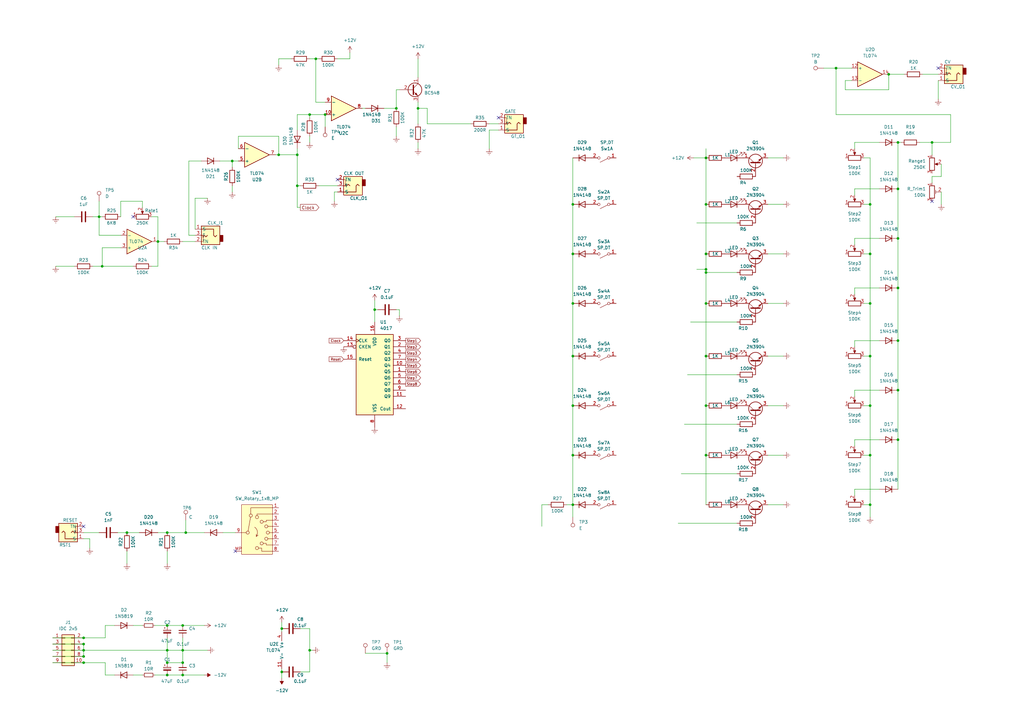
<source format=kicad_sch>
(kicad_sch (version 20230121) (generator eeschema)
  (paper "A3")
  (junction (at 368.3 160.02))
  (junction (at 234.95 186.69))
  (junction (at 74.93 256.54))
  (junction (at 289.56 166.37))
  (junction (at 356.87 104.14))
  (junction (at 115.57 275.59))
  (junction (at 289.56 64.77))
  (junction (at 121.92 63.5))
  (junction (at 289.56 124.46))
  (junction (at 356.87 124.46))
  (junction (at 234.95 104.14))
  (junction (at 234.95 207.01))
  (junction (at 162.56 44.45))
  (junction (at 356.87 83.82))
  (junction (at 368.3 97.79))
  (junction (at 234.95 146.05))
  (junction (at 34.29 264.16))
  (junction (at 289.56 146.05))
  (junction (at 158.75 267.97))
  (junction (at 121.92 76.2))
  (junction (at 356.87 146.05))
  (junction (at 356.87 186.69))
  (junction (at 76.2 218.44))
  (junction (at 289.56 186.69))
  (junction (at 289.56 83.82))
  (junction (at 368.3 139.7))
  (junction (at 68.58 256.54))
  (junction (at 356.87 207.01))
  (junction (at 127 266.7))
  (junction (at 153.67 127))
  (junction (at 356.87 166.37))
  (junction (at 68.58 218.44))
  (junction (at 52.07 218.44))
  (junction (at 368.3 77.47))
  (junction (at 68.58 271.78))
  (junction (at 127 46.99))
  (junction (at 234.95 83.82))
  (junction (at 114.3 63.5))
  (junction (at 368.3 180.34))
  (junction (at 68.58 266.7))
  (junction (at 40.64 88.9))
  (junction (at 133.35 46.99))
  (junction (at 289.56 104.14))
  (junction (at 74.93 271.78))
  (junction (at 34.29 266.7))
  (junction (at 368.3 118.11))
  (junction (at 34.29 261.62))
  (junction (at 171.45 44.45))
  (junction (at 74.93 266.7))
  (junction (at 129.54 24.13))
  (junction (at 74.93 276.86))
  (junction (at 289.56 110.49))
  (junction (at 368.3 58.42))
  (junction (at 382.27 58.42))
  (junction (at 364.49 30.48))
  (junction (at 234.95 166.37))
  (junction (at 234.95 124.46))
  (junction (at 68.58 276.86))
  (junction (at 342.9 27.94))
  (junction (at 34.29 269.24))
  (junction (at 95.25 66.04))
  (junction (at 289.56 111.76))
  (junction (at 64.77 99.06))
  (junction (at 41.91 109.22))
  (junction (at 34.29 271.78))
  (junction (at 115.57 257.81))
  (no_connect (at 382.27 82.55))
  (no_connect (at 54.61 88.9))
  (no_connect (at 96.52 226.06))
  (no_connect (at 138.43 73.66))
  (no_connect (at 34.29 215.9))
  (no_connect (at 384.81 27.94))
  (no_connect (at 204.47 48.26))
  (wire (pts (xy 157.48 44.45) (xy 162.56 44.45)))
  (wire (pts (xy 68.58 276.86) (xy 74.93 276.86)))
  (wire (pts (xy 138.43 24.13) (xy 143.51 24.13)))
  (wire (pts (xy 74.93 266.7) (xy 85.09 266.7)))
  (wire (pts (xy 386.08 78.74) (xy 386.08 83.82)))
  (wire (pts (xy 346.71 36.83) (xy 364.49 36.83)))
  (wire (pts (xy 234.95 207.01) (xy 234.95 212.09)))
  (wire (pts (xy 368.3 139.7) (xy 368.3 160.02)))
  (wire (pts (xy 41.91 109.22) (xy 54.61 109.22)))
  (wire (pts (xy 314.96 104.14) (xy 321.31 104.14)))
  (wire (pts (xy 175.26 44.45) (xy 171.45 44.45)))
  (wire (pts (xy 114.3 24.13) (xy 119.38 24.13)))
  (wire (pts (xy 389.89 46.99) (xy 389.89 58.42)))
  (wire (pts (xy 54.61 276.86) (xy 58.42 276.86)))
  (wire (pts (xy 360.68 160.02) (xy 350.52 160.02)))
  (wire (pts (xy 222.25 207.01) (xy 224.79 207.01)))
  (wire (pts (xy 68.58 218.44) (xy 76.2 218.44)))
  (wire (pts (xy 34.29 266.7) (xy 68.58 266.7)))
  (wire (pts (xy 115.57 274.32) (xy 115.57 275.59)))
  (wire (pts (xy 74.93 256.54) (xy 83.82 256.54)))
  (wire (pts (xy 48.26 218.44) (xy 52.07 218.44)))
  (wire (pts (xy 133.35 46.99) (xy 133.35 52.07)))
  (wire (pts (xy 368.3 77.47) (xy 368.3 97.79)))
  (wire (pts (xy 68.58 261.62) (xy 68.58 266.7)))
  (wire (pts (xy 49.53 88.9) (xy 49.53 82.55)))
  (wire (pts (xy 342.9 46.99) (xy 389.89 46.99)))
  (wire (pts (xy 97.79 55.88) (xy 114.3 55.88)))
  (wire (pts (xy 91.44 218.44) (xy 96.52 218.44)))
  (wire (pts (xy 49.53 82.55) (xy 58.42 82.55)))
  (wire (pts (xy 222.25 207.01) (xy 222.25 215.9)))
  (wire (pts (xy 43.18 256.54) (xy 46.99 256.54)))
  (wire (pts (xy 283.21 132.08) (xy 302.26 132.08)))
  (wire (pts (xy 200.66 53.34) (xy 200.66 60.96)))
  (wire (pts (xy 43.18 276.86) (xy 46.99 276.86)))
  (wire (pts (xy 74.93 271.78) (xy 74.93 266.7)))
  (wire (pts (xy 171.45 44.45) (xy 171.45 50.8)))
  (wire (pts (xy 350.52 200.66) (xy 350.52 203.2)))
  (wire (pts (xy 123.19 275.59) (xy 127 275.59)))
  (wire (pts (xy 90.17 66.04) (xy 95.25 66.04)))
  (wire (pts (xy 200.66 50.8) (xy 204.47 50.8)))
  (wire (pts (xy 95.25 76.2) (xy 95.25 78.74)))
  (wire (pts (xy 285.75 91.44) (xy 302.26 91.44)))
  (wire (pts (xy 158.75 267.97) (xy 158.75 271.78)))
  (wire (pts (xy 289.56 104.14) (xy 289.56 110.49)))
  (wire (pts (xy 289.56 111.76) (xy 302.26 111.76)))
  (wire (pts (xy 153.67 127) (xy 153.67 132.08)))
  (wire (pts (xy 234.95 124.46) (xy 234.95 104.14)))
  (wire (pts (xy 34.29 261.62) (xy 43.18 261.62)))
  (wire (pts (xy 342.9 46.99) (xy 342.9 27.94)))
  (wire (pts (xy 130.81 76.2) (xy 138.43 76.2)))
  (wire (pts (xy 114.3 55.88) (xy 114.3 63.5)))
  (wire (pts (xy 64.77 109.22) (xy 64.77 99.06)))
  (wire (pts (xy 377.19 58.42) (xy 382.27 58.42)))
  (wire (pts (xy 384.81 33.02) (xy 384.81 40.64)))
  (wire (pts (xy 285.75 110.49) (xy 289.56 110.49)))
  (wire (pts (xy 356.87 83.82) (xy 354.33 83.82)))
  (wire (pts (xy 76.2 213.36) (xy 76.2 218.44)))
  (wire (pts (xy 386.08 72.39) (xy 382.27 72.39)))
  (wire (pts (xy 97.79 60.96) (xy 97.79 55.88)))
  (wire (pts (xy 364.49 36.83) (xy 364.49 30.48)))
  (wire (pts (xy 38.1 109.22) (xy 41.91 109.22)))
  (wire (pts (xy 143.51 21.59) (xy 143.51 24.13)))
  (wire (pts (xy 302.26 153.67) (xy 281.94 153.67)))
  (wire (pts (xy 278.13 214.63) (xy 302.26 214.63)))
  (wire (pts (xy 121.92 85.09) (xy 121.92 76.2)))
  (wire (pts (xy 34.29 266.7) (xy 34.29 269.24)))
  (wire (pts (xy 21.59 269.24) (xy 34.29 269.24)))
  (wire (pts (xy 154.94 127) (xy 153.67 127)))
  (wire (pts (xy 43.18 261.62) (xy 43.18 256.54)))
  (wire (pts (xy 354.33 146.05) (xy 356.87 146.05)))
  (wire (pts (xy 360.68 77.47) (xy 350.52 77.47)))
  (wire (pts (xy 127 55.88) (xy 127 58.42)))
  (wire (pts (xy 85.09 81.28) (xy 80.01 81.28)))
  (wire (pts (xy 289.56 83.82) (xy 289.56 104.14)))
  (wire (pts (xy 354.33 124.46) (xy 356.87 124.46)))
  (wire (pts (xy 123.19 85.09) (xy 121.92 85.09)))
  (wire (pts (xy 356.87 64.77) (xy 354.33 64.77)))
  (wire (pts (xy 68.58 256.54) (xy 74.93 256.54)))
  (wire (pts (xy 234.95 104.14) (xy 234.95 83.82)))
  (wire (pts (xy 68.58 271.78) (xy 74.93 271.78)))
  (wire (pts (xy 360.68 139.7) (xy 350.52 139.7)))
  (wire (pts (xy 58.42 82.55) (xy 58.42 85.09)))
  (wire (pts (xy 127 257.81) (xy 127 266.7)))
  (wire (pts (xy 76.2 218.44) (xy 83.82 218.44)))
  (wire (pts (xy 34.29 220.98) (xy 36.83 220.98)))
  (wire (pts (xy 162.56 36.83) (xy 162.56 44.45)))
  (wire (pts (xy 234.95 146.05) (xy 234.95 124.46)))
  (wire (pts (xy 62.23 88.9) (xy 64.77 88.9)))
  (wire (pts (xy 36.83 220.98) (xy 36.83 224.79)))
  (wire (pts (xy 77.47 66.04) (xy 82.55 66.04)))
  (wire (pts (xy 74.93 276.86) (xy 83.82 276.86)))
  (wire (pts (xy 360.68 118.11) (xy 350.52 118.11)))
  (wire (pts (xy 175.26 50.8) (xy 175.26 44.45)))
  (wire (pts (xy 40.64 88.9) (xy 40.64 96.52)))
  (wire (pts (xy 40.64 96.52) (xy 49.53 96.52)))
  (wire (pts (xy 356.87 83.82) (xy 356.87 64.77)))
  (wire (pts (xy 368.3 58.42) (xy 368.3 77.47)))
  (wire (pts (xy 289.56 186.69) (xy 289.56 207.01)))
  (wire (pts (xy 127 24.13) (xy 129.54 24.13)))
  (wire (pts (xy 114.3 26.67) (xy 114.3 24.13)))
  (wire (pts (xy 368.3 97.79) (xy 368.3 118.11)))
  (wire (pts (xy 234.95 207.01) (xy 234.95 186.69)))
  (wire (pts (xy 148.59 44.45) (xy 149.86 44.45)))
  (wire (pts (xy 128.27 266.7) (xy 127 266.7)))
  (wire (pts (xy 64.77 218.44) (xy 68.58 218.44)))
  (wire (pts (xy 63.5 276.86) (xy 68.58 276.86)))
  (wire (pts (xy 38.1 88.9) (xy 40.64 88.9)))
  (wire (pts (xy 121.92 76.2) (xy 123.19 76.2)))
  (wire (pts (xy 21.59 264.16) (xy 34.29 264.16)))
  (wire (pts (xy 314.96 166.37) (xy 321.31 166.37)))
  (wire (pts (xy 279.4 194.31) (xy 302.26 194.31)))
  (wire (pts (xy 350.52 118.11) (xy 350.52 120.65)))
  (wire (pts (xy 21.59 266.7) (xy 34.29 266.7)))
  (wire (pts (xy 162.56 36.83) (xy 163.83 36.83)))
  (wire (pts (xy 175.26 50.8) (xy 193.04 50.8)))
  (wire (pts (xy 137.16 78.74) (xy 137.16 82.55)))
  (wire (pts (xy 171.45 58.42) (xy 171.45 60.96)))
  (wire (pts (xy 337.82 27.94) (xy 342.9 27.94)))
  (wire (pts (xy 360.68 97.79) (xy 350.52 97.79)))
  (wire (pts (xy 368.3 118.11) (xy 368.3 139.7)))
  (wire (pts (xy 121.92 46.99) (xy 127 46.99)))
  (wire (pts (xy 64.77 88.9) (xy 64.77 99.06)))
  (wire (pts (xy 127 48.26) (xy 127 46.99)))
  (wire (pts (xy 289.56 64.77) (xy 289.56 83.82)))
  (wire (pts (xy 127 46.99) (xy 133.35 46.99)))
  (wire (pts (xy 64.77 99.06) (xy 67.31 99.06)))
  (wire (pts (xy 95.25 66.04) (xy 95.25 68.58)))
  (wire (pts (xy 356.87 104.14) (xy 356.87 83.82)))
  (wire (pts (xy 63.5 256.54) (xy 68.58 256.54)))
  (wire (pts (xy 121.92 63.5) (xy 121.92 76.2)))
  (wire (pts (xy 356.87 207.01) (xy 356.87 212.09)))
  (wire (pts (xy 149.86 267.97) (xy 158.75 267.97)))
  (wire (pts (xy 162.56 127) (xy 163.83 127)))
  (wire (pts (xy 350.52 97.79) (xy 350.52 100.33)))
  (wire (pts (xy 41.91 101.6) (xy 41.91 109.22)))
  (wire (pts (xy 289.56 60.96) (xy 289.56 64.77)))
  (wire (pts (xy 349.25 33.02) (xy 346.71 33.02)))
  (wire (pts (xy 350.52 139.7) (xy 350.52 142.24)))
  (wire (pts (xy 386.08 67.31) (xy 386.08 72.39)))
  (wire (pts (xy 350.52 58.42) (xy 360.68 58.42)))
  (wire (pts (xy 129.54 41.91) (xy 133.35 41.91)))
  (wire (pts (xy 350.52 58.42) (xy 350.52 60.96)))
  (wire (pts (xy 68.58 226.06) (xy 68.58 231.14)))
  (wire (pts (xy 382.27 58.42) (xy 382.27 63.5)))
  (wire (pts (xy 49.53 101.6) (xy 41.91 101.6)))
  (wire (pts (xy 129.54 24.13) (xy 130.81 24.13)))
  (wire (pts (xy 389.89 58.42) (xy 382.27 58.42)))
  (wire (pts (xy 121.92 53.34) (xy 121.92 46.99)))
  (wire (pts (xy 34.29 264.16) (xy 34.29 266.7)))
  (wire (pts (xy 22.86 88.9) (xy 30.48 88.9)))
  (wire (pts (xy 114.3 63.5) (xy 113.03 63.5)))
  (wire (pts (xy 22.86 109.22) (xy 30.48 109.22)))
  (wire (pts (xy 127 275.59) (xy 127 266.7)))
  (wire (pts (xy 115.57 275.59) (xy 115.57 278.13)))
  (wire (pts (xy 350.52 160.02) (xy 350.52 162.56)))
  (wire (pts (xy 350.52 77.47) (xy 350.52 80.01)))
  (wire (pts (xy 80.01 81.28) (xy 80.01 93.98)))
  (wire (pts (xy 115.57 257.81) (xy 115.57 259.08)))
  (wire (pts (xy 171.45 41.91) (xy 171.45 44.45)))
  (wire (pts (xy 284.48 64.77) (xy 289.56 64.77)))
  (wire (pts (xy 356.87 124.46) (xy 356.87 104.14)))
  (wire (pts (xy 289.56 111.76) (xy 289.56 124.46)))
  (wire (pts (xy 289.56 146.05) (xy 289.56 166.37)))
  (wire (pts (xy 121.92 63.5) (xy 114.3 63.5)))
  (wire (pts (xy 354.33 207.01) (xy 356.87 207.01)))
  (wire (pts (xy 163.83 127) (xy 163.83 129.54)))
  (wire (pts (xy 68.58 266.7) (xy 68.58 271.78)))
  (wire (pts (xy 43.18 271.78) (xy 34.29 271.78)))
  (wire (pts (xy 356.87 186.69) (xy 356.87 207.01)))
  (wire (pts (xy 382.27 72.39) (xy 382.27 74.93)))
  (wire (pts (xy 368.3 160.02) (xy 368.3 180.34)))
  (wire (pts (xy 234.95 83.82) (xy 234.95 64.77)))
  (wire (pts (xy 138.43 78.74) (xy 137.16 78.74)))
  (wire (pts (xy 314.96 186.69) (xy 321.31 186.69)))
  (wire (pts (xy 40.64 82.55) (xy 40.64 88.9)))
  (wire (pts (xy 356.87 104.14) (xy 354.33 104.14)))
  (wire (pts (xy 21.59 261.62) (xy 34.29 261.62)))
  (wire (pts (xy 314.96 207.01) (xy 321.31 207.01)))
  (wire (pts (xy 80.01 96.52) (xy 77.47 96.52)))
  (wire (pts (xy 314.96 83.82) (xy 321.31 83.82)))
  (wire (pts (xy 129.54 24.13) (xy 129.54 41.91)))
  (wire (pts (xy 350.52 180.34) (xy 350.52 182.88)))
  (wire (pts (xy 280.67 173.99) (xy 302.26 173.99)))
  (wire (pts (xy 360.68 180.34) (xy 350.52 180.34)))
  (wire (pts (xy 368.3 58.42) (xy 369.57 58.42)))
  (wire (pts (xy 204.47 53.34) (xy 200.66 53.34)))
  (wire (pts (xy 234.95 166.37) (xy 234.95 146.05)))
  (wire (pts (xy 360.68 200.66) (xy 350.52 200.66)))
  (wire (pts (xy 356.87 124.46) (xy 356.87 146.05)))
  (wire (pts (xy 234.95 186.69) (xy 234.95 166.37)))
  (wire (pts (xy 52.07 218.44) (xy 57.15 218.44)))
  (wire (pts (xy 54.61 256.54) (xy 58.42 256.54)))
  (wire (pts (xy 289.56 124.46) (xy 289.56 146.05)))
  (wire (pts (xy 364.49 30.48) (xy 370.84 30.48)))
  (wire (pts (xy 34.29 218.44) (xy 40.64 218.44)))
  (wire (pts (xy 346.71 33.02) (xy 346.71 36.83)))
  (wire (pts (xy 153.67 123.19) (xy 153.67 127)))
  (wire (pts (xy 62.23 109.22) (xy 64.77 109.22)))
  (wire (pts (xy 77.47 96.52) (xy 77.47 66.04)))
  (wire (pts (xy 289.56 110.49) (xy 289.56 111.76)))
  (wire (pts (xy 115.57 255.27) (xy 115.57 257.81)))
  (wire (pts (xy 354.33 186.69) (xy 356.87 186.69)))
  (wire (pts (xy 40.64 88.9) (xy 41.91 88.9)))
  (wire (pts (xy 74.93 99.06) (xy 80.01 99.06)))
  (wire (pts (xy 314.96 124.46) (xy 321.31 124.46)))
  (wire (pts (xy 356.87 166.37) (xy 356.87 186.69)))
  (wire (pts (xy 368.3 180.34) (xy 368.3 200.66)))
  (wire (pts (xy 356.87 146.05) (xy 356.87 166.37)))
  (wire (pts (xy 121.92 60.96) (xy 121.92 63.5)))
  (wire (pts (xy 21.59 271.78) (xy 34.29 271.78)))
  (wire (pts (xy 314.96 64.77) (xy 321.31 64.77)))
  (wire (pts (xy 289.56 166.37) (xy 289.56 186.69)))
  (wire (pts (xy 43.18 276.86) (xy 43.18 271.78)))
  (wire (pts (xy 232.41 207.01) (xy 234.95 207.01)))
  (wire (pts (xy 162.56 52.07) (xy 162.56 55.88)))
  (wire (pts (xy 314.96 146.05) (xy 321.31 146.05)))
  (wire (pts (xy 171.45 24.13) (xy 171.45 31.75)))
  (wire (pts (xy 123.19 257.81) (xy 127 257.81)))
  (wire (pts (xy 74.93 261.62) (xy 74.93 266.7)))
  (wire (pts (xy 378.46 30.48) (xy 384.81 30.48)))
  (wire (pts (xy 52.07 226.06) (xy 52.07 231.14)))
  (wire (pts (xy 354.33 166.37) (xy 356.87 166.37)))
  (wire (pts (xy 342.9 27.94) (xy 349.25 27.94)))
  (wire (pts (xy 95.25 66.04) (xy 97.79 66.04)))
  (wire (pts (xy 68.58 266.7) (xy 74.93 266.7)))
  (global_label "Step7" (shape output) (at 166.37 154.94 0) (effects (font (size 1 1))) (property "Intersheetrefs" "${INTERSHEET_REFS}" (effects hide)))
  (global_label "Step3" (shape output) (at 166.37 144.78 0) (effects (font (size 1 1))) (property "Intersheetrefs" "${INTERSHEET_REFS}" (effects hide)))
  (global_label "Reset" (shape input) (at 140.97 147.32 180) (effects (font (size 1 1))) (property "Intersheetrefs" "${INTERSHEET_REFS}" (effects hide)))
  (global_label "Clock" (shape input) (at 140.97 139.7 180) (effects (font (size 1 1))) (property "Intersheetrefs" "${INTERSHEET_REFS}" (effects hide)))
  (global_label "Step5" (shape output) (at 166.37 149.86 0) (effects (font (size 1 1))) (property "Intersheetrefs" "${INTERSHEET_REFS}" (effects hide)))
  (global_label "Clock" (shape output) (at 123.19 85.09 0) (property "Intersheetrefs" "${INTERSHEET_REFS}" (effects hide)))
  (global_label "Step4" (shape output) (at 166.37 147.32 0) (effects (font (size 1 1))) (property "Intersheetrefs" "${INTERSHEET_REFS}" (effects hide)))
  (global_label "Step6" (shape output) (at 166.37 152.4 0) (effects (font (size 1 1))) (property "Intersheetrefs" "${INTERSHEET_REFS}" (effects hide)))
  (global_label "Step2" (shape output) (at 166.37 142.24 0) (effects (font (size 1 1))) (property "Intersheetrefs" "${INTERSHEET_REFS}" (effects hide)))
  (global_label "Step8" (shape output) (at 166.37 157.48 0) (effects (font (size 1 1))) (property "Intersheetrefs" "${INTERSHEET_REFS}" (effects hide)))
  (global_label "Step1" (shape output) (at 166.37 139.7 0) (effects (font (size 1 1))) (property "Intersheetrefs" "${INTERSHEET_REFS}" (effects hide)))
  (symbol (lib_id "Device:LED") (at 300.99 104.14 180) (unit 1)
    (property "Reference" "L3" (at 298.45 102.87 0))
    (property "Value" "LED" (at 300.99 101.6 0))
    (property "Footprint" "LED_THT:LED_D3.0mm" (effects hide))
  )
  (symbol (lib_id "Amplifier_Operational:TL074") (at 105.41 63.5 0) (mirror x) (unit 2)
    (property "Reference" "U2" (at 105.41 73.66 0))
    (property "Value" "TL074" (at 105.41 71.12 0))
    (property "Footprint" "Package_DIP:DIP-14_W7.62mm" (effects hide))
    (property "Datasheet" "http://www.ti.com/lit/ds/symlink/tl071.pdf" (effects hide))
  )
  (symbol (lib_id "Amplifier_Operational:TL074") (at 356.87 30.48 0) (unit 4)
    (property "Reference" "U2" (at 356.87 20.32 0))
    (property "Value" "TL074" (at 356.87 22.86 0))
    (property "Footprint" "Package_DIP:DIP-14_W7.62mm" (effects hide))
    (property "Datasheet" "http://www.ti.com/lit/ds/symlink/tl071.pdf" (effects hide))
  )
  (symbol (lib_id "Diode:1N4148") (at 364.49 77.47 180) (unit 1)
    (property "Reference" "D12" (at 364.49 71.12 0))
    (property "Value" "1N4148" (at 364.49 73.66 0))
    (property "Footprint" "Diode_THT:D_DO-35_SOD27_P2.54mm_Vertical_KathodeUp" (effects hide))
    (property "Datasheet" "https://assets.nexperia.com/documents/data-sheet/1N4148_1N4448.pdf" (effects hide))
    (property "Sim.Device" "D" (effects hide))
    (property "Sim.Pins" "1=K 2=A" (effects hide))
  )
  (symbol (lib_id "Device:R_Potentiometer") (at 350.52 186.69 90) (unit 1)
    (property "Reference" "Step7" (at 350.52 190.5 90))
    (property "Value" "100K" (at 350.52 193.04 90))
    (property "Footprint" "Potentiometer_THT:Potentiometer_Alpha_RD901F-40-00D_Single_Vertical" (effects hide))
  )
  (symbol (lib_id "Diode:1N4148") (at 364.49 58.42 180) (unit 1)
    (property "Reference" "D11" (at 364.49 52.07 0))
    (property "Value" "1N4148" (at 364.49 54.61 0))
    (property "Footprint" "Diode_THT:D_DO-35_SOD27_P2.54mm_Vertical_KathodeUp" (effects hide))
    (property "Datasheet" "https://assets.nexperia.com/documents/data-sheet/1N4148_1N4448.pdf" (effects hide))
    (property "Sim.Device" "D" (effects hide))
    (property "Sim.Pins" "1=K 2=A" (effects hide))
  )
  (symbol (lib_id "4xxx:4017") (at 153.67 152.4 0) (unit 1)
    (property "Reference" "U1" (at 155.8641 132.08 0) (effects (justify left)))
    (property "Value" "4017" (at 155.8641 134.62 0) (effects (justify left)))
    (property "Footprint" "Package_DIP:DIP-16_W7.62mm" (effects hide))
    (property "Datasheet" "http://www.intersil.com/content/dam/Intersil/documents/cd40/cd4017bms-22bms.pdf" (effects hide))
  )
  (symbol (lib_id "power:Earth") (at 140.97 142.24 0) (unit 1)
    (property "Reference" "#PWR035" (effects hide))
    (property "Value" "Earth" (effects hide))
  )
  (symbol (lib_id "Switch:SW_DPST_x2") (at 247.65 64.77 180) (unit 1)
    (property "Reference" "Sw1" (at 248.92 60.96 0))
    (property "Value" "SP,DT" (at 248.92 58.42 0))
    (property "Footprint" "My_Library:SPDT ON-ON sw" (effects hide))
  )
  (symbol (lib_id "Device:R") (at 123.19 24.13 90) (unit 1)
    (property "Reference" "R29" (at 123.19 21.59 90))
    (property "Value" "47K" (at 123.19 26.67 90))
    (property "Footprint" "Resistor_THT:R_Axial_DIN0207_L6.3mm_D2.5mm_P2.54mm_Vertical" (effects hide))
  )
  (symbol (lib_id "Diode:1N4148") (at 238.76 166.37 0) (mirror x) (unit 1)
    (property "Reference" "D24" (at 238.76 160.02 0))
    (property "Value" "1N4148" (at 238.76 162.56 0))
    (property "Footprint" "Diode_THT:D_DO-35_SOD27_P2.54mm_Vertical_KathodeUp" (effects hide))
    (property "Datasheet" "https://assets.nexperia.com/documents/data-sheet/1N4148_1N4448.pdf" (effects hide))
    (property "Sim.Device" "D" (effects hide))
    (property "Sim.Pins" "1=K 2=A" (effects hide))
  )
  (symbol (lib_id "Device:R") (at 306.07 91.44 90) (unit 1)
    (property "Reference" "R6" (at 304.8 93.98 90))
    (property "Value" "100K" (at 304.8 88.9 90))
    (property "Footprint" "Resistor_THT:R_Axial_DIN0207_L6.3mm_D2.5mm_P2.54mm_Vertical" (effects hide))
  )
  (symbol (lib_id "Device:LED") (at 300.99 207.01 180) (unit 1)
    (property "Reference" "L8" (at 298.45 205.74 0))
    (property "Value" "LED" (at 300.99 204.47 0))
    (property "Footprint" "LED_THT:LED_D3.0mm" (effects hide))
  )
  (symbol (lib_id "Device:R") (at 45.72 88.9 90) (mirror x) (unit 1)
    (property "Reference" "R25" (at 45.72 86.36 90))
    (property "Value" "6K8" (at 45.72 91.44 90))
    (property "Footprint" "Resistor_THT:R_Axial_DIN0207_L6.3mm_D2.5mm_P2.54mm_Vertical" (effects hide))
  )
  (symbol (lib_id "Device:R") (at 306.07 132.08 90) (unit 1)
    (property "Reference" "R10" (at 304.8 134.62 90))
    (property "Value" "100K" (at 306.07 129.54 90))
    (property "Footprint" "Resistor_THT:R_Axial_DIN0207_L6.3mm_D2.5mm_P2.54mm_Vertical" (effects hide))
  )
  (symbol (lib_id "Switch:SW_DPST_x2") (at 247.65 83.82 180) (unit 1)
    (property "Reference" "Sw2" (at 247.65 78.74 0))
    (property "Value" "SP,DT" (at 247.65 81.28 0))
    (property "Footprint" "My_Library:SPDT ON-ON sw" (effects hide))
  )
  (symbol (lib_id "My_Symbols:3.5mm_Switched_Mono_Jack") (at 29.21 223.52 0) (mirror x) (unit 1)
    (property "Reference" "RST1" (at 29.21 223.52 0) (effects (justify right)))
    (property "Value" "RESET" (at 31.75 213.36 0) (effects (justify right)))
    (property "Footprint" "My_Library:Connector 3.5mm Mono Switched" (effects hide))
  )
  (symbol (lib_id "Device:R") (at 34.29 109.22 90) (mirror x) (unit 1)
    (property "Reference" "R23" (at 34.29 106.68 90))
    (property "Value" "100K" (at 34.29 111.76 90))
    (property "Footprint" "Resistor_THT:R_Axial_DIN0207_L6.3mm_D2.5mm_P2.54mm_Vertical" (effects hide))
  )
  (symbol (lib_id "Diode:1N4148") (at 238.76 104.14 0) (mirror x) (unit 1)
    (property "Reference" "D27" (at 238.76 97.79 0))
    (property "Value" "1N4148" (at 238.76 100.33 0))
    (property "Footprint" "Diode_THT:D_DO-35_SOD27_P2.54mm_Vertical_KathodeUp" (effects hide))
    (property "Datasheet" "https://assets.nexperia.com/documents/data-sheet/1N4148_1N4448.pdf" (effects hide))
    (property "Sim.Device" "D" (effects hide))
    (property "Sim.Pins" "1=K 2=A" (effects hide))
  )
  (symbol (lib_id "Device:R") (at 127 76.2 90) (unit 1)
    (property "Reference" "R33" (at 127 73.66 90))
    (property "Value" "1K" (at 127 78.74 90))
    (property "Footprint" "Resistor_THT:R_Axial_DIN0207_L6.3mm_D2.5mm_P2.54mm_Vertical" (effects hide))
  )
  (symbol (lib_id "power:Earth") (at 321.31 166.37 90) (unit 1)
    (property "Reference" "#PWR010" (effects hide))
    (property "Value" "Earth" (effects hide))
  )
  (symbol (lib_id "Switch:SW_DPST_x2") (at 247.65 207.01 180) (unit 1)
    (property "Reference" "Sw8" (at 247.65 201.93 0))
    (property "Value" "SP,DT" (at 247.65 204.47 0))
    (property "Footprint" "My_Library:SPDT ON-ON sw" (effects hide))
  )
  (symbol (lib_id "power:+12V") (at 153.67 123.19 0) (unit 1)
    (property "Reference" "#PWR034" (effects hide))
    (property "Value" "+12V" (at 153.67 118.11 0))
  )
  (symbol (lib_id "Device:R") (at 306.07 173.99 90) (unit 1)
    (property "Reference" "R16" (at 304.8 176.53 90))
    (property "Value" "100K" (at 304.8 171.45 90))
    (property "Footprint" "Resistor_THT:R_Axial_DIN0207_L6.3mm_D2.5mm_P2.54mm_Vertical" (effects hide))
  )
  (symbol (lib_id "Device:R") (at 162.56 48.26 0) (unit 1)
    (property "Reference" "R31" (at 160.02 48.26 90))
    (property "Value" "100K" (at 165.1 48.26 90))
    (property "Footprint" "Resistor_THT:R_Axial_DIN0207_L6.3mm_D2.5mm_P2.54mm_Vertical" (effects hide))
  )
  (symbol (lib_id "Diode:1N4148") (at 364.49 180.34 180) (unit 1)
    (property "Reference" "D17" (at 364.49 173.99 0))
    (property "Value" "1N4148" (at 364.49 176.53 0))
    (property "Footprint" "Diode_THT:D_DO-35_SOD27_P2.54mm_Vertical_KathodeUp" (effects hide))
    (property "Datasheet" "https://assets.nexperia.com/documents/data-sheet/1N4148_1N4448.pdf" (effects hide))
    (property "Sim.Device" "D" (effects hide))
    (property "Sim.Pins" "1=K 2=A" (effects hide))
  )
  (symbol (lib_id "power:Earth") (at 321.31 207.01 90) (unit 1)
    (property "Reference" "#PWR012" (effects hide))
    (property "Value" "Earth" (effects hide))
  )
  (symbol (lib_id "Device:R_Small") (at 60.96 276.86 90) (unit 1)
    (property "Reference" "R1" (at 60.96 271.78 90))
    (property "Value" "10R" (at 60.96 274.32 90))
    (property "Footprint" "Resistor_THT:R_Axial_DIN0207_L6.3mm_D2.5mm_P2.54mm_Vertical" (effects hide))
  )
  (symbol (lib_id "Connector_Generic:Conn_02x05_Odd_Even") (at 26.67 266.7 0) (unit 1)
    (property "Reference" "J1" (at 27.94 255.27 0))
    (property "Value" "IDC 2x5" (at 27.94 257.81 0))
    (property "Footprint" "My_Library:IDC-Header_2x05_P2.54mm_Vertical" (effects hide))
  )
  (symbol (lib_id "power:Earth") (at 321.31 104.14 90) (unit 1)
    (property "Reference" "#PWR07" (effects hide))
    (property "Value" "Earth" (effects hide))
  )
  (symbol (lib_id "Device:C_Polarized_Small") (at 68.58 274.32 0) (unit 1)
    (property "Reference" "C1" (at 67.31 270.51 0) (effects (justify left)))
    (property "Value" "47uF" (at 66.04 279.4 0) (effects (justify left)))
    (property "Footprint" "Capacitor_THT:CP_Radial_D5.0mm_P2.50mm" (effects hide))
  )
  (symbol (lib_id "My_Symbols:3.5mm_Switched_Mono_Jack") (at 85.09 91.44 0) (mirror y) (unit 1)
    (property "Reference" "CLK_I1" (at 85.09 91.44 0) (effects (justify right)))
    (property "Value" "CLK IN" (at 82.55 101.6 0) (effects (justify right)))
    (property "Footprint" "My_Library:Connector 3.5mm Mono Switched" (effects hide))
  )
  (symbol (lib_id "Diode:1N4148") (at 60.96 218.44 180) (unit 1)
    (property "Reference" "D20" (at 60.96 212.09 0))
    (property "Value" "1N4148" (at 60.96 214.63 0))
    (property "Footprint" "Diode_THT:D_DO-35_SOD27_P2.54mm_Vertical_KathodeUp" (effects hide))
    (property "Datasheet" "https://assets.nexperia.com/documents/data-sheet/1N4148_1N4448.pdf" (effects hide))
    (property "Sim.Device" "D" (effects hide))
    (property "Sim.Pins" "1=K 2=A" (effects hide))
  )
  (symbol (lib_id "Diode:1N4148") (at 238.76 146.05 0) (mirror x) (unit 1)
    (property "Reference" "D25" (at 238.76 139.7 0))
    (property "Value" "1N4148" (at 238.76 142.24 0))
    (property "Footprint" "Diode_THT:D_DO-35_SOD27_P2.54mm_Vertical_KathodeUp" (effects hide))
    (property "Datasheet" "https://assets.nexperia.com/documents/data-sheet/1N4148_1N4448.pdf" (effects hide))
    (property "Sim.Device" "D" (effects hide))
    (property "Sim.Pins" "1=K 2=A" (effects hide))
  )
  (symbol (lib_id "power:Earth") (at 85.09 81.28 0) (unit 1)
    (property "Reference" "#PWR027" (effects hide))
    (property "Value" "Earth" (effects hide))
  )
  (symbol (lib_id "Device:R") (at 306.07 214.63 90) (unit 1)
    (property "Reference" "R18" (at 304.8 217.17 90))
    (property "Value" "100K" (at 306.07 212.09 90))
    (property "Footprint" "Resistor_THT:R_Axial_DIN0207_L6.3mm_D2.5mm_P2.54mm_Vertical" (effects hide))
  )
  (symbol (lib_id "Diode:1N4148") (at 50.8 256.54 180) (unit 1)
    (property "Reference" "D2" (at 50.8 250.19 0))
    (property "Value" "1N5819" (at 50.8 252.73 0))
    (property "Footprint" "Diode_THT:D_DO-35_SOD27_P2.54mm_Vertical_KathodeUp" (effects hide))
    (property "Datasheet" "https://assets.nexperia.com/documents/data-sheet/1N4148_1N4448.pdf" (effects hide))
    (property "Sim.Device" "D" (effects hide))
    (property "Sim.Pins" "1=K 2=A" (effects hide))
  )
  (symbol (lib_id "Diode:1N4148") (at 87.63 218.44 0) (unit 1)
    (property "Reference" "D19" (at 87.63 212.09 0))
    (property "Value" "1N4148" (at 87.63 214.63 0))
    (property "Footprint" "Diode_THT:D_DO-35_SOD27_P2.54mm_Vertical_KathodeUp" (effects hide))
    (property "Datasheet" "https://assets.nexperia.com/documents/data-sheet/1N4148_1N4448.pdf" (effects hide))
    (property "Sim.Device" "D" (effects hide))
    (property "Sim.Pins" "1=K 2=A" (effects hide))
  )
  (symbol (lib_id "power:+12V") (at 115.57 255.27 0) (unit 1)
    (property "Reference" "#PWR031" (effects hide))
    (property "Value" "+12V" (at 115.57 250.19 0))
  )
  (symbol (lib_id "Device:R") (at 373.38 58.42 90) (unit 1)
    (property "Reference" "R19" (at 373.38 52.07 90))
    (property "Value" "68K" (at 373.38 54.61 90))
    (property "Footprint" "Resistor_THT:R_Axial_DIN0207_L6.3mm_D2.5mm_P2.54mm_Vertical" (effects hide))
  )
  (symbol (lib_id "power:+12V") (at 143.51 21.59 0) (unit 1)
    (property "Reference" "#PWR021" (effects hide))
    (property "Value" "+12V" (at 143.51 16.51 0))
  )
  (symbol (lib_id "My_Symbols:3.5mm_Switched_Mono_Jack") (at 143.51 81.28 180) (unit 1)
    (property "Reference" "CLK_O1" (at 143.51 81.28 0) (effects (justify right)))
    (property "Value" "CLK OUT" (at 140.97 71.12 0) (effects (justify right)))
    (property "Footprint" "My_Library:Connector 3.5mm Mono Switched" (effects hide))
  )
  (symbol (lib_id "Device:R") (at 293.37 166.37 90) (unit 1)
    (property "Reference" "R12" (effects hide))
    (property "Value" "1K" (at 293.37 166.37 90))
    (property "Footprint" "Resistor_THT:R_Axial_DIN0207_L6.3mm_D2.5mm_P2.54mm_Vertical" (effects hide))
  )
  (symbol (lib_id "power:Earth") (at 321.31 83.82 90) (unit 1)
    (property "Reference" "#PWR06" (effects hide))
    (property "Value" "Earth" (effects hide))
  )
  (symbol (lib_id "Switch:SW_DPST_x2") (at 247.65 166.37 180) (unit 1)
    (property "Reference" "Sw6" (at 247.65 161.29 0))
    (property "Value" "SP,DT" (at 247.65 163.83 0))
    (property "Footprint" "My_Library:SPDT ON-ON sw" (effects hide))
  )
  (symbol (lib_id "Device:LED") (at 300.99 64.77 180) (unit 1)
    (property "Reference" "L1" (at 298.45 63.5 0))
    (property "Value" "LED" (at 300.99 62.23 0))
    (property "Footprint" "LED_THT:LED_D3.0mm" (effects hide))
  )
  (symbol (lib_id "Device:LED") (at 300.99 146.05 180) (unit 1)
    (property "Reference" "L5" (at 298.45 144.78 0))
    (property "Value" "LED" (at 300.99 143.51 0))
    (property "Footprint" "LED_THT:LED_D3.0mm" (effects hide))
  )
  (symbol (lib_id "power:Earth") (at 85.09 266.7 90) (unit 1)
    (property "Reference" "#PWR03" (effects hide))
    (property "Value" "Earth" (effects hide))
  )
  (symbol (lib_id "Device:R") (at 95.25 72.39 0) (unit 1)
    (property "Reference" "R26" (at 92.71 72.39 90))
    (property "Value" "100K" (at 97.79 72.39 90))
    (property "Footprint" "Resistor_THT:R_Axial_DIN0207_L6.3mm_D2.5mm_P2.54mm_Vertical" (effects hide))
  )
  (symbol (lib_id "power:Earth") (at 200.66 60.96 0) (unit 1)
    (property "Reference" "#PWR028" (effects hide))
    (property "Value" "Earth" (effects hide))
  )
  (symbol (lib_id "power:Earth") (at 321.31 64.77 90) (unit 1)
    (property "Reference" "#PWR05" (effects hide))
    (property "Value" "Earth" (effects hide))
  )
  (symbol (lib_id "power:Earth") (at 386.08 83.82 0) (unit 1)
    (property "Reference" "#PWR014" (effects hide))
    (property "Value" "Earth" (effects hide))
  )
  (symbol (lib_id "Diode:1N4148") (at 238.76 186.69 0) (mirror x) (unit 1)
    (property "Reference" "D23" (at 238.76 180.34 0))
    (property "Value" "1N4148" (at 238.76 182.88 0))
    (property "Footprint" "Diode_THT:D_DO-35_SOD27_P2.54mm_Vertical_KathodeUp" (effects hide))
    (property "Datasheet" "https://assets.nexperia.com/documents/data-sheet/1N4148_1N4448.pdf" (effects hide))
    (property "Sim.Device" "D" (effects hide))
    (property "Sim.Pins" "1=K 2=A" (effects hide))
  )
  (symbol (lib_id "power:Earth") (at 36.83 224.79 0) (unit 1)
    (property "Reference" "#PWR032" (effects hide))
    (property "Value" "Earth" (effects hide))
  )
  (symbol (lib_id "Device:C_Polarized_Small") (at 68.58 259.08 0) (unit 1)
    (property "Reference" "C2" (at 67.31 255.27 0) (effects (justify left)))
    (property "Value" "47uF" (at 66.04 262.89 0) (effects (justify left)))
    (property "Footprint" "Capacitor_THT:CP_Radial_D5.0mm_P2.50mm" (effects hide))
  )
  (symbol (lib_id "Transistor_BJT:BC548") (at 309.88 148.59 90) (unit 1)
    (property "Reference" "Q5" (at 309.88 139.7 90))
    (property "Value" "2N3904" (at 309.88 142.24 90))
    (property "Footprint" "Package_TO_SOT_THT:TO-92_Inline" (effects hide))
    (property "Datasheet" "https://www.onsemi.com/pub/Collateral/BC550-D.pdf" (effects hide))
  )
  (symbol (lib_id "power:Earth") (at 356.87 212.09 0) (unit 1)
    (property "Reference" "#PWR013" (effects hide))
    (property "Value" "Earth" (effects hide))
  )
  (symbol (lib_id "Connector:TestPoint") (at 40.64 82.55 0) (unit 1)
    (property "Reference" "TP5" (at 43.18 77.978 0) (effects (justify left)))
    (property "Value" "D" (at 43.18 80.518 0) (effects (justify left)))
    (property "Footprint" "TestPoint:TestPoint_Pad_D1.5mm" (effects hide))
  )
  (symbol (lib_id "Diode:1N4148") (at 238.76 64.77 0) (mirror x) (unit 1)
    (property "Reference" "D29" (at 238.76 58.42 0))
    (property "Value" "1N4148" (at 238.76 60.96 0))
    (property "Footprint" "Diode_THT:D_DO-35_SOD27_P2.54mm_Vertical_KathodeUp" (effects hide))
    (property "Datasheet" "https://assets.nexperia.com/documents/data-sheet/1N4148_1N4448.pdf" (effects hide))
    (property "Sim.Device" "D" (effects hide))
    (property "Sim.Pins" "1=K 2=A" (effects hide))
  )
  (symbol (lib_id "Diode:1N4148") (at 238.76 207.01 0) (mirror x) (unit 1)
    (property "Reference" "D22" (at 238.76 200.66 0))
    (property "Value" "1N4148" (at 238.76 203.2 0))
    (property "Footprint" "Diode_THT:D_DO-35_SOD27_P2.54mm_Vertical_KathodeUp" (effects hide))
    (property "Datasheet" "https://assets.nexperia.com/documents/data-sheet/1N4148_1N4448.pdf" (effects hide))
    (property "Sim.Device" "D" (effects hide))
    (property "Sim.Pins" "1=K 2=A" (effects hide))
  )
  (symbol (lib_id "Device:R") (at 71.12 99.06 90) (unit 1)
    (property "Reference" "R34" (at 71.12 101.6 90))
    (property "Value" "1K" (at 71.12 96.52 90))
    (property "Footprint" "Resistor_THT:R_Axial_DIN0207_L6.3mm_D2.5mm_P7.62mm_Horizontal" (effects hide))
  )
  (symbol (lib_id "Transistor_BJT:BC548") (at 309.88 86.36 90) (unit 1)
    (property "Reference" "Q2" (at 309.88 77.47 90))
    (property "Value" "2N3904" (at 309.88 80.01 90))
    (property "Footprint" "Package_TO_SOT_THT:TO-92_Inline" (effects hide))
    (property "Datasheet" "https://www.onsemi.com/pub/Collateral/BC550-D.pdf" (effects hide))
  )
  (symbol (lib_id "My_Symbols:3.5mm_Switched_Mono_Jack") (at 389.89 35.56 180) (unit 1)
    (property "Reference" "CV_O1" (at 389.89 35.56 0) (effects (justify right)))
    (property "Value" "CV" (at 387.35 25.4 0) (effects (justify right)))
    (property "Footprint" "My_Library:Connector 3.5mm Mono Switched" (effects hide))
  )
  (symbol (lib_id "Diode:1N4148") (at 364.49 97.79 180) (unit 1)
    (property "Reference" "D13" (at 364.49 91.44 0))
    (property "Value" "1N4148" (at 364.49 93.98 0))
    (property "Footprint" "Diode_THT:D_DO-35_SOD27_P2.54mm_Vertical_KathodeUp" (effects hide))
    (property "Datasheet" "https://assets.nexperia.com/documents/data-sheet/1N4148_1N4448.pdf" (effects hide))
    (property "Sim.Device" "D" (effects hide))
    (property "Sim.Pins" "1=K 2=A" (effects hide))
  )
  (symbol (lib_id "power:Earth") (at 128.27 266.7 90) (unit 1)
    (property "Reference" "#PWR036" (effects hide))
    (property "Value" "Earth" (effects hide))
  )
  (symbol (lib_id "Switch:SW_Rotary_1x8_MP") (at 106.68 218.44 0) (unit 1)
    (property "Reference" "SW1" (at 105.41 201.93 0))
    (property "Value" "SW_Rotary_1x8_MP" (at 105.41 204.47 0))
    (property "Footprint" "My_Library:Rotary Switch, 1 Pole, 8 Positions" (effects hide))
  )
  (symbol (lib_id "power:Earth") (at 321.31 146.05 90) (unit 1)
    (property "Reference" "#PWR09" (effects hide))
    (property "Value" "Earth" (effects hide))
  )
  (symbol (lib_id "Switch:SW_DPST_x2") (at 247.65 124.46 180) (unit 1)
    (property "Reference" "Sw4" (at 247.65 119.38 0))
    (property "Value" "SP,DT" (at 247.65 121.92 0))
    (property "Footprint" "My_Library:SPDT ON-ON sw" (effects hide))
  )
  (symbol (lib_id "Device:R_Potentiometer") (at 350.52 104.14 90) (unit 1)
    (property "Reference" "Step3" (at 350.52 107.95 90))
    (property "Value" "100K" (at 350.52 110.49 90))
    (property "Footprint" "Potentiometer_THT:Potentiometer_Alpha_RD901F-40-00D_Single_Vertical" (effects hide))
  )
  (symbol (lib_id "Device:R") (at 306.07 194.31 90) (unit 1)
    (property "Reference" "R17" (at 304.8 196.85 90))
    (property "Value" "100K" (at 304.8 191.77 90))
    (property "Footprint" "Resistor_THT:R_Axial_DIN0207_L6.3mm_D2.5mm_P2.54mm_Vertical" (effects hide))
  )
  (symbol (lib_id "Device:C") (at 119.38 257.81 90) (unit 1)
    (property "Reference" "C8" (at 123.19 254 90))
    (property "Value" "0.1uF" (at 123.19 256.54 90))
    (property "Footprint" "Capacitor_THT:C_Disc_D4.7mm_W2.5mm_P5.00mm" (effects hide))
  )
  (symbol (lib_id "Device:R") (at 306.07 111.76 90) (unit 1)
    (property "Reference" "R9" (at 304.8 114.3 90))
    (property "Value" "100K" (at 306.07 109.22 90))
    (property "Footprint" "Resistor_THT:R_Axial_DIN0207_L6.3mm_D2.5mm_P2.54mm_Vertical" (effects hide))
  )
  (symbol (lib_id "Transistor_BJT:BC548") (at 309.88 168.91 90) (unit 1)
    (property "Reference" "Q6" (at 309.88 160.02 90))
    (property "Value" "2N3904" (at 309.88 162.56 90))
    (property "Footprint" "Package_TO_SOT_THT:TO-92_Inline" (effects hide))
    (property "Datasheet" "https://www.onsemi.com/pub/Collateral/BC550-D.pdf" (effects hide))
  )
  (symbol (lib_id "Device:R_Potentiometer_Trim") (at 382.27 78.74 0) (unit 1)
    (property "Reference" "R_Trim1" (at 379.73 77.47 0) (effects (justify right)))
    (property "Value" "100k" (at 379.73 80.01 0) (effects (justify right)))
    (property "Footprint" "Potentiometer_THT:Potentiometer_Bourns_3296W_Vertical" (effects hide))
  )
  (symbol (lib_id "Device:R") (at 306.07 72.39 90) (unit 1)
    (property "Reference" "R4" (at 304.8 74.93 90))
    (property "Value" "100K" (at 306.07 69.85 90))
    (property "Footprint" "Resistor_THT:R_Axial_DIN0207_L6.3mm_D2.5mm_P2.54mm_Vertical" (effects hide))
  )
  (symbol (lib_id "power:Earth") (at 162.56 55.88 0) (unit 1)
    (property "Reference" "#PWR022" (effects hide))
    (property "Value" "Earth" (effects hide))
  )
  (symbol (lib_id "Device:R") (at 68.58 222.25 180) (unit 1)
    (property "Reference" "R21" (at 66.04 222.25 90))
    (property "Value" "100K" (at 71.12 222.25 90))
    (property "Footprint" "Resistor_THT:R_Axial_DIN0207_L6.3mm_D2.5mm_P2.54mm_Vertical" (effects hide))
  )
  (symbol (lib_id "power:Earth") (at 137.16 82.55 0) (unit 1)
    (property "Reference" "#PWR026" (effects hide))
    (property "Value" "Earth" (effects hide))
  )
  (symbol (lib_id "power:Earth") (at 321.31 124.46 90) (unit 1)
    (property "Reference" "#PWR08" (effects hide))
    (property "Value" "Earth" (effects hide))
  )
  (symbol (lib_id "Device:C") (at 158.75 127 90) (unit 1)
    (property "Reference" "C7" (at 158.75 119.38 90))
    (property "Value" "0.1uF" (at 158.75 121.92 90))
    (property "Footprint" "Capacitor_THT:C_Disc_D4.7mm_W2.5mm_P5.00mm" (effects hide))
  )
  (symbol (lib_id "Device:R_Potentiometer") (at 350.52 124.46 90) (unit 1)
    (property "Reference" "Step4" (at 350.52 128.27 90))
    (property "Value" "100K" (at 350.52 130.81 90))
    (property "Footprint" "Potentiometer_THT:Potentiometer_Alpha_RD901F-40-00D_Single_Vertical" (effects hide))
  )
  (symbol (lib_id "Transistor_BJT:BC548") (at 168.91 36.83 0) (unit 1)
    (property "Reference" "Q9" (at 173.99 35.56 0) (effects (justify left)))
    (property "Value" "BC548" (at 173.99 38.1 0) (effects (justify left)))
    (property "Footprint" "Package_TO_SOT_THT:TO-92_Inline" (effects hide))
    (property "Datasheet" "https://www.onsemi.com/pub/Collateral/BC550-D.pdf" (effects hide))
  )
  (symbol (lib_id "Device:R") (at 293.37 64.77 90) (unit 1)
    (property "Reference" "R3" (effects hide))
    (property "Value" "1K" (at 293.37 64.77 90))
    (property "Footprint" "Resistor_THT:R_Axial_DIN0207_L6.3mm_D2.5mm_P2.54mm_Vertical" (effects hide))
  )
  (symbol (lib_id "power:Earth") (at 153.67 175.26 0) (unit 1)
    (property "Reference" "#PWR033" (effects hide))
    (property "Value" "Earth" (effects hide))
  )
  (symbol (lib_id "Connector:TestPoint") (at 337.82 27.94 90) (unit 1)
    (property "Reference" "TP2" (at 334.518 22.86 90))
    (property "Value" "B" (at 334.518 25.4 90))
    (property "Footprint" "TestPoint:TestPoint_Pad_D1.5mm" (effects hide))
  )
  (symbol (lib_id "Device:R") (at 127 52.07 0) (unit 1)
    (property "Reference" "R28" (at 124.46 52.07 90))
    (property "Value" "100K" (at 129.54 52.07 90))
    (property "Footprint" "Resistor_THT:R_Axial_DIN0207_L6.3mm_D2.5mm_P2.54mm_Vertical" (effects hide))
  )
  (symbol (lib_id "Transistor_BJT:BC548") (at 309.88 127 90) (unit 1)
    (property "Reference" "Q4" (at 309.88 118.11 90))
    (property "Value" "2N3904" (at 309.88 120.65 90))
    (property "Footprint" "Package_TO_SOT_THT:TO-92_Inline" (effects hide))
    (property "Datasheet" "https://www.onsemi.com/pub/Collateral/BC550-D.pdf" (effects hide))
  )
  (symbol (lib_id "Device:LED") (at 300.99 186.69 180) (unit 1)
    (property "Reference" "L7" (at 298.45 185.42 0))
    (property "Value" "LED" (at 300.99 184.15 0))
    (property "Footprint" "LED_THT:LED_D3.0mm" (effects hide))
  )
  (symbol (lib_id "Device:R") (at 293.37 146.05 90) (unit 1)
    (property "Reference" "R11" (effects hide))
    (property "Value" "1K" (at 293.37 146.05 90))
    (property "Footprint" "Resistor_THT:R_Axial_DIN0207_L6.3mm_D2.5mm_P2.54mm_Vertical" (effects hide))
  )
  (symbol (lib_id "Device:R_Potentiometer") (at 382.27 67.31 0) (unit 1)
    (property "Reference" "Range1" (at 379.73 66.04 0) (effects (justify right)))
    (property "Value" "250K" (at 379.73 68.58 0) (effects (justify right)))
    (property "Footprint" "Potentiometer_THT:Potentiometer_Alpha_RD901F-40-00D_Single_Vertical" (effects hide))
  )
  (symbol (lib_id "power:Earth") (at 22.86 88.9 0) (unit 1)
    (property "Reference" "#PWR017" (effects hide))
    (property "Value" "Earth" (effects hide))
  )
  (symbol (lib_id "Device:R") (at 293.37 83.82 90) (unit 1)
    (property "Reference" "R5" (effects hide))
    (property "Value" "1K" (at 293.37 83.82 90))
    (property "Footprint" "Resistor_THT:R_Axial_DIN0207_L6.3mm_D2.5mm_P2.54mm_Vertical" (effects hide))
  )
  (symbol (lib_id "Transistor_BJT:BC548") (at 309.88 67.31 90) (unit 1)
    (property "Reference" "Q1" (at 309.88 58.42 90))
    (property "Value" "2N3904" (at 309.88 60.96 90))
    (property "Footprint" "Package_TO_SOT_THT:TO-92_Inline" (effects hide))
    (property "Datasheet" "https://www.onsemi.com/pub/Collateral/BC550-D.pdf" (effects hide))
  )
  (symbol (lib_id "Device:R") (at 171.45 54.61 180) (unit 1)
    (property "Reference" "R32" (at 168.91 54.61 90))
    (property "Value" "47K" (at 173.99 54.61 90))
    (property "Footprint" "Resistor_THT:R_Axial_DIN0207_L6.3mm_D2.5mm_P2.54mm_Vertical" (effects hide))
  )
  (symbol (lib_id "power:Earth") (at 52.07 231.14 0) (unit 1)
    (property "Reference" "#PWR015" (effects hide))
    (property "Value" "Earth" (effects hide))
  )
  (symbol (lib_id "Device:C") (at 44.45 218.44 90) (unit 1)
    (property "Reference" "C5" (at 44.45 210.82 90))
    (property "Value" "1nF" (at 44.45 213.36 90))
    (property "Footprint" "Capacitor_THT:C_Disc_D4.3mm_W1.9mm_P5.00mm" (effects hide))
  )
  (symbol (lib_id "Connector:TestPoint") (at 149.86 267.97 0) (unit 1)
    (property "Reference" "TP7" (at 152.4 263.398 0) (effects (justify left)))
    (property "Value" "GRD" (at 152.4 265.938 0) (effects (justify left)))
    (property "Footprint" "TestPoint:TestPoint_Pad_1.5x1.5mm" (effects hide))
  )
  (symbol (lib_id "Device:R_Potentiometer") (at 350.52 207.01 90) (unit 1)
    (property "Reference" "Step8" (at 350.52 210.82 90))
    (property "Value" "100K" (at 350.52 213.36 90))
    (property "Footprint" "Potentiometer_THT:Potentiometer_Alpha_RD901F-40-00D_Single_Vertical" (effects hide))
  )
  (symbol (lib_id "Device:C_Small") (at 74.93 274.32 180) (unit 1)
    (property "Reference" "C3" (at 77.47 273.0436 0) (effects (justify right)))
    (property "Value" "0.1uF" (at 72.39 279.4 0) (effects (justify right)))
    (property "Footprint" "Capacitor_THT:C_Disc_D6.0mm_W2.5mm_P5.00mm" (effects hide))
  )
  (symbol (lib_id "Amplifier_Operational:TL074") (at 118.11 266.7 0) (unit 5)
    (property "Reference" "U2" (at 110.49 264.16 0) (effects (justify left)))
    (property "Value" "TL074" (at 109.22 266.7 0) (effects (justify left)))
    (property "Footprint" "Package_DIP:DIP-14_W7.62mm" (effects hide))
    (property "Datasheet" "http://www.ti.com/lit/ds/symlink/tl071.pdf" (effects hide))
  )
  (symbol (lib_id "Device:LED") (at 300.99 124.46 180) (unit 1)
    (property "Reference" "L4" (at 298.45 123.19 0))
    (property "Value" "LED" (at 300.99 121.92 0))
    (property "Footprint" "LED_THT:LED_D3.0mm" (effects hide))
  )
  (symbol (lib_id "Diode:1N4148") (at 238.76 83.82 0) (mirror x) (unit 1)
    (property "Reference" "D28" (at 238.76 77.47 0))
    (property "Value" "1N4148" (at 238.76 80.01 0))
    (property "Footprint" "Diode_THT:D_DO-35_SOD27_P2.54mm_Vertical_KathodeUp" (effects hide))
    (property "Datasheet" "https://assets.nexperia.com/documents/data-sheet/1N4148_1N4448.pdf" (effects hide))
    (property "Sim.Device" "D" (effects hide))
    (property "Sim.Pins" "1=K 2=A" (effects hide))
  )
  (symbol (lib_id "Device:R_Potentiometer") (at 350.52 64.77 90) (unit 1)
    (property "Reference" "Step1" (at 350.52 68.58 90))
    (property "Value" "100K" (at 350.52 71.12 90))
    (property "Footprint" "Potentiometer_THT:Potentiometer_Alpha_RD901F-40-00D_Single_Vertical" (effects hide))
  )
  (symbol (lib_id "Transistor_BJT:BC548") (at 309.88 189.23 90) (unit 1)
    (property "Reference" "Q7" (at 309.88 180.34 90))
    (property "Value" "2N3904" (at 309.88 182.88 90))
    (property "Footprint" "Package_TO_SOT_THT:TO-92_Inline" (effects hide))
    (property "Datasheet" "https://www.onsemi.com/pub/Collateral/BC550-D.pdf" (effects hide))
  )
  (symbol (lib_id "Connector:TestPoint") (at 76.2 213.36 0) (unit 1)
    (property "Reference" "TP6" (at 74.93 208.28 0) (effects (justify left)))
    (property "Value" "C" (at 77.47 212.09 0) (effects (justify left)))
    (property "Footprint" "TestPoint:TestPoint_Loop_D1.80mm_Drill1.0mm_Beaded" (effects hide))
  )
  (symbol (lib_id "power:Earth") (at 163.83 129.54 0) (unit 1)
    (property "Reference" "#PWR037" (effects hide))
    (property "Value" "Earth" (effects hide))
  )
  (symbol (lib_id "Device:R") (at 134.62 24.13 90) (unit 1)
    (property "Reference" "R30" (at 134.62 21.59 90))
    (property "Value" "100K" (at 134.62 26.67 90))
    (property "Footprint" "Resistor_THT:R_Axial_DIN0207_L6.3mm_D2.5mm_P2.54mm_Vertical" (effects hide))
  )
  (symbol (lib_id "Device:R") (at 306.07 153.67 90) (unit 1)
    (property "Reference" "R15" (at 304.8 156.21 90))
    (property "Value" "100K" (at 306.07 151.13 90))
    (property "Footprint" "Resistor_THT:R_Axial_DIN0207_L6.3mm_D2.5mm_P2.54mm_Vertical" (effects hide))
  )
  (symbol (lib_id "Device:R") (at 196.85 50.8 90) (unit 1)
    (property "Reference" "R35" (at 196.85 48.26 90))
    (property "Value" "200R" (at 196.85 53.34 90))
    (property "Footprint" "Resistor_THT:R_Axial_DIN0207_L6.3mm_D2.5mm_P2.54mm_Vertical" (effects hide))
  )
  (symbol (lib_id "power:Earth") (at 171.45 60.96 0) (unit 1)
    (property "Reference" "#PWR023" (effects hide))
    (property "Value" "Earth" (effects hide))
  )
  (symbol (lib_id "Diode:1N4148") (at 86.36 66.04 0) (mirror y) (unit 1)
    (property "Reference" "D21" (at 86.36 72.39 0))
    (property "Value" "1N4148" (at 86.36 69.85 0))
    (property "Footprint" "Diode_THT:D_DO-35_SOD27_P2.54mm_Vertical_KathodeUp" (effects hide))
    (property "Datasheet" "https://assets.nexperia.com/documents/data-sheet/1N4148_1N4448.pdf" (effects hide))
    (property "Sim.Device" "D" (effects hide))
    (property "Sim.Pins" "1=K 2=A" (effects hide))
  )
  (symbol (lib_id "Diode:1N4148") (at 121.92 57.15 270) (mirror x) (unit 1)
    (property "Reference" "D30" (at 116.84 59.69 0) (effects (justify left)))
    (property "Value" "1N4148" (at 119.38 59.69 0) (effects (justify left)))
    (property "Footprint" "Diode_THT:D_DO-35_SOD27_P2.54mm_Vertical_KathodeUp" (effects hide))
    (property "Datasheet" "https://assets.nexperia.com/documents/data-sheet/1N4148_1N4448.pdf" (effects hide))
    (property "Sim.Device" "D" (effects hide))
    (property "Sim.Pins" "1=K 2=A" (effects hide))
  )
  (symbol (lib_id "Device:R") (at 293.37 186.69 90) (unit 1)
    (property "Reference" "R13" (effects hide))
    (property "Value" "1K" (at 293.37 186.69 90))
    (property "Footprint" "Resistor_THT:R_Axial_DIN0207_L6.3mm_D2.5mm_P2.54mm_Vertical" (effects hide))
  )
  (symbol (lib_id "power:+12V") (at 83.82 256.54 270) (unit 1)
    (property "Reference" "#PWR01" (effects hide))
    (property "Value" "+12V" (at 87.63 256.54 90) (effects (justify left)))
  )
  (symbol (lib_id "power:Earth") (at 22.86 109.22 0) (unit 1)
    (property "Reference" "#PWR018" (effects hide))
    (property "Value" "Earth" (effects hide))
  )
  (symbol (lib_id "Device:LED") (at 300.99 166.37 180) (unit 1)
    (property "Reference" "L6" (at 298.45 165.1 0))
    (property "Value" "LED" (at 300.99 163.83 0))
    (property "Footprint" "LED_THT:LED_D3.0mm" (effects hide))
  )
  (symbol (lib_id "Diode:1N4148") (at 364.49 200.66 180) (unit 1)
    (property "Reference" "D18" (at 364.49 194.31 0))
    (property "Value" "1N4148" (at 364.49 196.85 0))
    (property "Footprint" "Diode_THT:D_DO-35_SOD27_P2.54mm_Vertical_KathodeUp" (effects hide))
    (property "Datasheet" "https://assets.nexperia.com/documents/data-sheet/1N4148_1N4448.pdf" (effects hide))
    (property "Sim.Device" "D" (effects hide))
    (property "Sim.Pins" "1=K 2=A" (effects hide))
  )
  (symbol (lib_id "Diode:1N4148") (at 364.49 139.7 180) (unit 1)
    (property "Reference" "D15" (at 364.49 133.35 0))
    (property "Value" "1N4148" (at 364.49 135.89 0))
    (property "Footprint" "Diode_THT:D_DO-35_SOD27_P2.54mm_Vertical_KathodeUp" (effects hide))
    (property "Datasheet" "https://assets.nexperia.com/documents/data-sheet/1N4148_1N4448.pdf" (effects hide))
    (property "Sim.Device" "D" (effects hide))
    (property "Sim.Pins" "1=K 2=A" (effects hide))
  )
  (symbol (lib_id "Connector:TestPoint") (at 133.35 52.07 180) (unit 1)
    (property "Reference" "TP4" (at 135.89 54.102 0) (effects (justify right)))
    (property "Value" "E" (at 135.89 56.642 0) (effects (justify right)))
    (property "Footprint" "TestPoint:TestPoint_Pad_D1.5mm" (effects hide))
  )
  (symbol (lib_id "Transistor_BJT:BC548") (at 309.88 209.55 90) (unit 1)
    (property "Reference" "Q8" (at 309.88 200.66 90))
    (property "Value" "2N3904" (at 309.88 203.2 90))
    (property "Footprint" "Package_TO_SOT_THT:TO-92_Inline" (effects hide))
    (property "Datasheet" "https://www.onsemi.com/pub/Collateral/BC550-D.pdf" (effects hide))
  )
  (symbol (lib_id "Device:R_Potentiometer") (at 350.52 83.82 90) (unit 1)
    (property "Reference" "Step2" (at 350.52 87.63 90))
    (property "Value" "100K" (at 350.52 90.17 90))
    (property "Footprint" "Potentiometer_THT:Potentiometer_Alpha_RD901F-40-00D_Single_Vertical" (effects hide))
  )
  (symbol (lib_id "Switch:SW_DPST_x2") (at 247.65 104.14 180) (unit 1)
    (property "Reference" "Sw3" (at 247.65 99.06 0))
    (property "Value" "SP,DT" (at 247.65 101.6 0))
    (property "Footprint" "My_Library:SPDT ON-ON sw" (effects hide))
  )
  (symbol (lib_id "Device:C_Small") (at 74.93 259.08 180) (unit 1)
    (property "Reference" "C4" (at 77.47 257.8036 0) (effects (justify right)))
    (property "Value" "0.1uF" (at 72.39 264.16 0) (effects (justify right)))
    (property "Footprint" "Capacitor_THT:C_Disc_D6.0mm_W2.5mm_P5.00mm" (effects hide))
  )
  (symbol (lib_id "Transistor_BJT:BC548") (at 309.88 106.68 90) (unit 1)
    (property "Reference" "Q3" (at 309.88 97.79 90))
    (property "Value" "2N3904" (at 309.88 100.33 90))
    (property "Footprint" "Package_TO_SOT_THT:TO-92_Inline" (effects hide))
    (property "Datasheet" "https://www.onsemi.com/pub/Collateral/BC550-D.pdf" (effects hide))
  )
  (symbol (lib_id "power:Earth") (at 158.75 271.78 0) (unit 1)
    (property "Reference" "#PWR038" (effects hide))
    (property "Value" "Earth" (effects hide))
  )
  (symbol (lib_id "Diode:1N4148") (at 364.49 160.02 180) (unit 1)
    (property "Reference" "D16" (at 364.49 153.67 0))
    (property "Value" "1N4148" (at 364.49 156.21 0))
    (property "Footprint" "Diode_THT:D_DO-35_SOD27_P2.54mm_Vertical_KathodeUp" (effects hide))
    (property "Datasheet" "https://assets.nexperia.com/documents/data-sheet/1N4148_1N4448.pdf" (effects hide))
    (property "Sim.Device" "D" (effects hide))
    (property "Sim.Pins" "1=K 2=A" (effects hide))
  )
  (symbol (lib_id "Device:R_Potentiometer") (at 350.52 166.37 90) (unit 1)
    (property "Reference" "Step6" (at 350.52 170.18 90))
    (property "Value" "100K" (at 350.52 172.72 90))
    (property "Footprint" "Potentiometer_THT:Potentiometer_Alpha_RD901F-40-00D_Single_Vertical" (effects hide))
  )
  (symbol (lib_id "Connector:TestPoint") (at 234.95 212.09 180) (unit 1)
    (property "Reference" "TP3" (at 237.49 214.122 0) (effects (justify right)))
    (property "Value" "E" (at 237.49 216.662 0) (effects (justify right)))
    (property "Footprint" "TestPoint:TestPoint_Pad_D1.5mm" (effects hide))
  )
  (symbol (lib_id "Diode:1N4148") (at 50.8 276.86 0) (unit 1)
    (property "Reference" "D1" (at 50.8 270.51 0))
    (property "Value" "1N5819" (at 50.8 273.05 0))
    (property "Footprint" "Diode_THT:D_DO-35_SOD27_P2.54mm_Vertical_KathodeUp" (effects hide))
    (property "Datasheet" "https://assets.nexperia.com/documents/data-sheet/1N4148_1N4448.pdf" (effects hide))
    (property "Sim.Device" "D" (effects hide))
    (property "Sim.Pins" "1=K 2=A" (effects hide))
  )
  (symbol (lib_id "power:Earth") (at 68.58 231.14 0) (unit 1)
    (property "Reference" "#PWR016" (effects hide))
    (property "Value" "Earth" (effects hide))
  )
  (symbol (lib_id "Connector:TestPoint") (at 158.75 267.97 0) (unit 1)
    (property "Reference" "TP1" (at 161.29 263.398 0) (effects (justify left)))
    (property "Value" "GRD" (at 161.29 265.938 0) (effects (justify left)))
    (property "Footprint" "TestPoint:TestPoint_Keystone_5005-5009_Compact" (effects hide))
  )
  (symbol (lib_id "power:+12V") (at 171.45 24.13 0) (unit 1)
    (property "Reference" "#PWR024" (effects hide))
    (property "Value" "+12V" (at 171.45 19.05 0))
  )
  (symbol (lib_id "power:-12V") (at 83.82 276.86 270) (unit 1)
    (property "Reference" "#PWR02" (effects hide))
    (property "Value" "-12V" (at 87.63 276.86 90) (effects (justify left)))
  )
  (symbol (lib_id "Device:LED") (at 300.99 83.82 180) (unit 1)
    (property "Reference" "L2" (at 298.45 82.55 0))
    (property "Value" "LED" (at 300.99 81.28 0))
    (property "Footprint" "LED_THT:LED_D3.0mm" (effects hide))
  )
  (symbol (lib_id "Device:R_Potentiometer") (at 58.42 88.9 90) (unit 1)
    (property "Reference" "Rate1" (at 62.23 86.36 90))
    (property "Value" "250K" (at 58.42 91.44 90))
    (property "Footprint" "Potentiometer_THT:Potentiometer_Alpha_RD901F-40-00D_Single_Vertical" (effects hide))
  )
  (symbol (lib_id "Device:R_Small") (at 60.96 256.54 90) (unit 1)
    (property "Reference" "R2" (at 60.96 251.46 90))
    (property "Value" "10R" (at 60.96 254 90))
    (property "Footprint" "Resistor_THT:R_Axial_DIN0207_L6.3mm_D2.5mm_P2.54mm_Vertical" (effects hide))
  )
  (symbol (lib_id "power:+12V") (at 284.48 64.77 90) (unit 1)
    (property "Reference" "#PWR04" (effects hide))
    (property "Value" "+12V" (at 280.67 64.77 90) (effects (justify left)))
  )
  (symbol (lib_id "Switch:SW_DPST_x2") (at 247.65 146.05 180) (unit 1)
    (property "Reference" "Sw5" (at 247.65 140.97 0))
    (property "Value" "SP,DT" (at 247.65 143.51 0))
    (property "Footprint" "My_Library:SPDT ON-ON sw" (effects hide))
  )
  (symbol (lib_id "Device:R") (at 374.65 30.48 90) (unit 1)
    (property "Reference" "R20" (at 374.65 25.4 90))
    (property "Value" "1K" (at 374.65 27.94 90))
    (property "Footprint" "Resistor_THT:R_Axial_DIN0207_L6.3mm_D2.5mm_P2.54mm_Vertical" (effects hide))
  )
  (symbol (lib_id "Device:R") (at 228.6 207.01 90) (mirror x) (unit 1)
    (property "Reference" "R27" (at 228.6 204.47 90))
    (property "Value" "100K" (at 228.6 209.55 90))
    (property "Footprint" "Resistor_THT:R_Axial_DIN0207_L6.3mm_D2.5mm_P2.54mm_Vertical" (effects hide))
  )
  (symbol (lib_id "power:Earth") (at 127 58.42 0) (unit 1)
    (property "Reference" "#PWR025" (effects hide))
    (property "Value" "Earth" (effects hide))
  )
  (symbol (lib_id "Device:R") (at 293.37 124.46 90) (unit 1)
    (property "Reference" "R8" (effects hide))
    (property "Value" "1K" (at 293.37 124.46 90))
    (property "Footprint" "Resistor_THT:R_Axial_DIN0207_L6.3mm_D2.5mm_P2.54mm_Vertical" (effects hide))
  )
  (symbol (lib_id "Amplifier_Operational:TL074") (at 140.97 44.45 0) (mirror x) (unit 3)
    (property "Reference" "U2" (at 140.97 54.61 0))
    (property "Value" "TL074" (at 140.97 52.07 0))
    (property "Footprint" "Package_DIP:DIP-14_W7.62mm" (effects hide))
    (property "Datasheet" "http://www.ti.com/lit/ds/symlink/tl071.pdf" (effects hide))
  )
  (symbol (lib_id "Diode:1N4148") (at 238.76 124.46 0) (mirror x) (unit 1)
    (property "Reference" "D26" (at 238.76 118.11 0))
    (property "Value" "1N4148" (at 238.76 120.65 0))
    (property "Footprint" "Diode_THT:D_DO-35_SOD27_P2.54mm_Vertical_KathodeUp" (effects hide))
    (property "Datasheet" "https://assets.nexperia.com/documents/data-sheet/1N4148_1N4448.pdf" (effects hide))
    (property "Sim.Device" "D" (effects hide))
    (property "Sim.Pins" "1=K 2=A" (effects hide))
  )
  (symbol (lib_id "My_Symbols:3.5mm_Switched_Mono_Jack") (at 209.55 55.88 180) (unit 1)
    (property "Reference" "GT_O1" (at 209.55 55.88 0) (effects (justify right)))
    (property "Value" "GATE" (at 207.01 45.72 0) (effects (justify right)))
    (property "Footprint" "My_Library:Connector 3.5mm Mono Switched" (effects hide))
  )
  (symbol (lib_id "Device:C") (at 119.38 275.59 90) (unit 1)
    (property "Reference" "C9" (at 123.19 276.86 90))
    (property "Value" "0.1uF" (at 123.19 279.4 90))
    (property "Footprint" "Capacitor_THT:C_Disc_D4.7mm_W2.5mm_P5.00mm" (effects hide))
  )
  (symbol (lib_id "power:Earth") (at 384.81 40.64 0) (unit 1)
    (property "Reference" "#PWR029" (effects hide))
    (property "Value" "Earth" (effects hide))
  )
  (symbol (lib_id "power:Earth") (at 114.3 26.67 0) (unit 1)
    (property "Reference" "#PWR020" (effects hide))
    (property "Value" "Earth" (effects hide))
  )
  (symbol (lib_id "power:-12V") (at 115.57 278.13 180) (unit 1)
    (property "Reference" "#PWR030" (effects hide))
    (property "Value" "-12V" (at 115.57 283.21 0))
  )
  (symbol (lib_id "Switch:SW_DPST_x2") (at 247.65 186.69 180) (unit 1)
    (property "Reference" "Sw7" (at 247.65 181.61 0))
    (property "Value" "SP,DT" (at 247.65 184.15 0))
    (property "Footprint" "My_Library:SPDT ON-ON sw" (effects hide))
  )
  (symbol (lib_id "Device:C") (at 34.29 88.9 90) (unit 1)
    (property "Reference" "C6" (at 34.29 81.28 90))
    (property "Value" "1uF" (at 34.29 83.82 90))
    (property "Footprint" "Capacitor_THT:C_Rect_L7.0mm_W4.5mm_P5.00mm" (effects hide))
  )
  (symbol (lib_id "Device:R") (at 293.37 207.01 90) (unit 1)
    (property "Reference" "R14" (effects hide))
    (property "Value" "1K" (at 293.37 207.01 90))
    (property "Footprint" "Resistor_THT:R_Axial_DIN0207_L6.3mm_D2.5mm_P2.54mm_Vertical" (effects hide))
  )
  (symbol (lib_id "Device:R") (at 293.37 104.14 90) (unit 1)
    (property "Reference" "R7" (effects hide))
    (property "Value" "1K" (at 293.37 104.14 90))
    (property "Footprint" "Resistor_THT:R_Axial_DIN0207_L6.3mm_D2.5mm_P2.54mm_Vertical" (effects hide))
  )
  (symbol (lib_id "Diode:1N4148") (at 364.49 118.11 180) (unit 1)
    (property "Reference" "D14" (at 364.49 111.76 0))
    (property "Value" "1N4148" (at 364.49 114.3 0))
    (property "Footprint" "Diode_THT:D_DO-35_SOD27_P2.54mm_Vertical_KathodeUp" (effects hide))
    (property "Datasheet" "https://assets.nexperia.com/documents/data-sheet/1N4148_1N4448.pdf" (effects hide))
    (property "Sim.Device" "D" (effects hide))
    (property "Sim.Pins" "1=K 2=A" (effects hide))
  )
  (symbol (lib_id "Device:R_Potentiometer") (at 350.52 146.05 90) (unit 1)
    (property "Reference" "Step5" (at 350.52 149.86 90))
    (property "Value" "100K" (at 350.52 152.4 90))
    (property "Footprint" "Potentiometer_THT:Potentiometer_Alpha_RD901F-40-00D_Single_Vertical" (effects hide))
  )
  (symbol (lib_id "Diode:1N4148") (at 153.67 44.45 0) (mirror y) (unit 1)
    (property "Reference" "D31" (at 156.21 49.53 0) (effects (justify left)))
    (property "Value" "1N4148" (at 156.21 46.99 0) (effects (justify left)))
    (property "Footprint" "Diode_THT:D_DO-35_SOD27_P2.54mm_Vertical_KathodeUp" (effects hide))
    (property "Datasheet" "https://assets.nexperia.com/documents/data-sheet/1N4148_1N4448.pdf" (effects hide))
    (property "Sim.Device" "D" (effects hide))
    (property "Sim.Pins" "1=K 2=A" (effects hide))
  )
  (symbol (lib_id "Device:R") (at 52.07 222.25 180) (unit 1)
    (property "Reference" "R22" (at 49.53 222.25 90))
    (property "Value" "100K" (at 54.61 222.25 90))
    (property "Footprint" "Resistor_THT:R_Axial_DIN0207_L6.3mm_D2.5mm_P2.54mm_Vertical" (effects hide))
  )
  (symbol (lib_id "power:Earth") (at 321.31 186.69 90) (unit 1)
    (property "Reference" "#PWR011" (effects hide))
    (property "Value" "Earth" (effects hide))
  )
  (symbol (lib_id "Device:R") (at 58.42 109.22 270) (unit 1)
    (property "Reference" "R24" (at 58.42 106.68 90))
    (property "Value" "100K" (at 58.42 111.76 90))
    (property "Footprint" "Resistor_THT:R_Axial_DIN0207_L6.3mm_D2.5mm_P2.54mm_Vertical" (effects hide))
  )
  (symbol (lib_id "Amplifier_Operational:TL074") (at 57.15 99.06 0) (mirror x) (unit 1)
    (property "Reference" "U2" (at 58.42 101.6 0))
    (property "Value" "TL074" (at 55.88 99.06 0))
    (property "Footprint" "Package_DIP:DIP-14_W7.62mm" (effects hide))
    (property "Datasheet" "http://www.ti.com/lit/ds/symlink/tl071.pdf" (effects hide))
  )
  (symbol (lib_id "power:Earth") (at 95.25 78.74 0) (mirror y) (unit 1)
    (property "Reference" "#PWR019" (effects hide))
    (property "Value" "Earth" (effects hide))
  )
)
</source>
